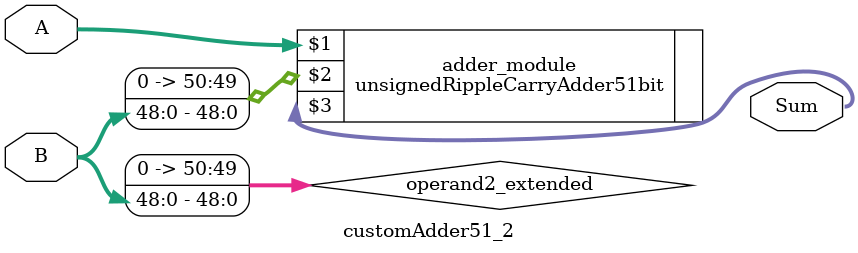
<source format=v>
module customAdder51_2(
                        input [50 : 0] A,
                        input [48 : 0] B,
                        
                        output [51 : 0] Sum
                );

        wire [50 : 0] operand2_extended;
        
        assign operand2_extended =  {2'b0, B};
        
        unsignedRippleCarryAdder51bit adder_module(
            A,
            operand2_extended,
            Sum
        );
        
        endmodule
        
</source>
